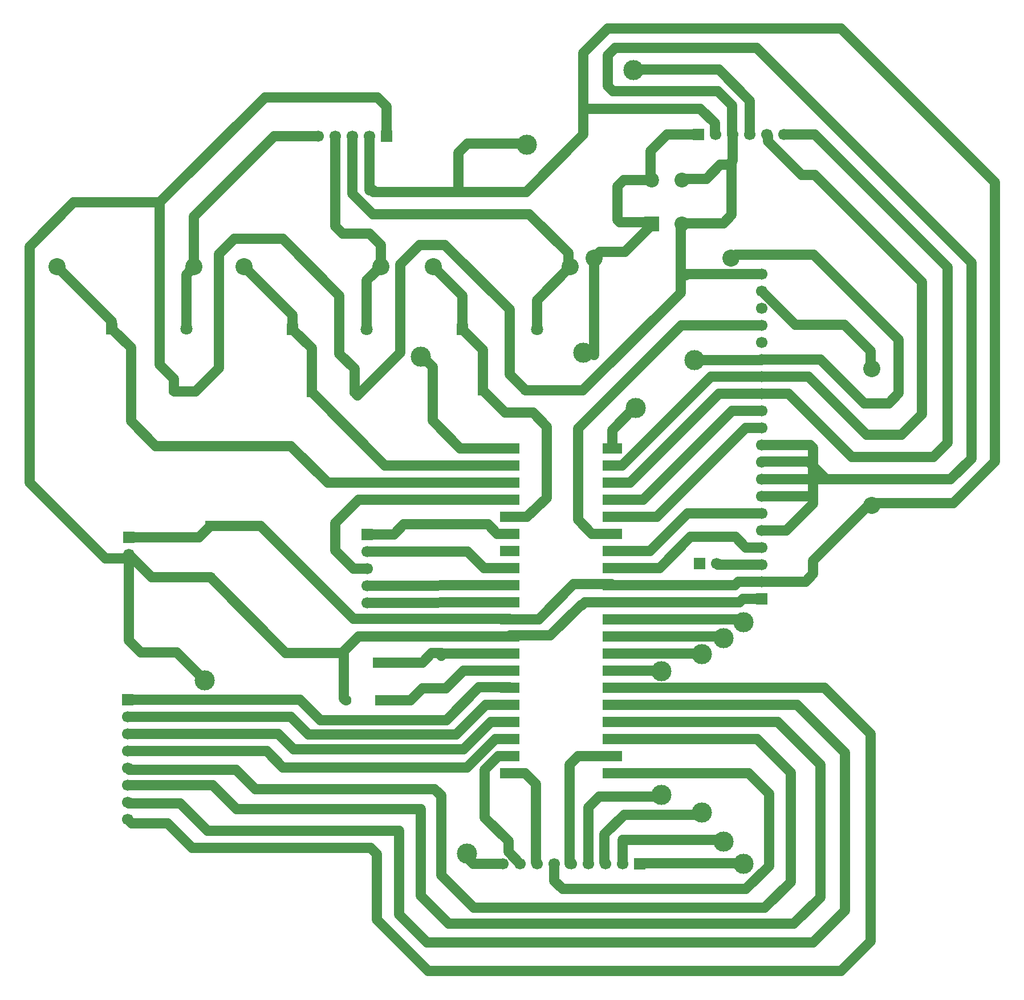
<source format=gbr>
G04 DipTrace 3.0.0.2*
G04 Top.gbr*
%MOMM*%
G04 #@! TF.FileFunction,Copper,L1,Top*
G04 #@! TF.Part,Single*
G04 #@! TA.AperFunction,Conductor*
%ADD14C,1.5*%
G04 #@! TA.AperFunction,ComponentPad*
%ADD15R,1.6X1.6*%
%ADD16C,1.6*%
%ADD17R,1.7X1.7*%
%ADD18C,1.7*%
%ADD19R,1.8X1.8*%
%ADD20C,1.8*%
%ADD21C,3.0*%
%ADD22C,2.54*%
%ADD23C,2.54*%
%ADD24R,2.2X2.2*%
%ADD25C,2.2*%
%ADD26R,3.0X1.5*%
%ADD27C,1.2192*%
%FSLAX35Y35*%
G04*
G71*
G90*
G75*
G01*
G04 Top*
%LPD*%
X1904900Y11815600D2*
D14*
X2717623Y11002877D1*
Y10895000D1*
X3000250Y10612373D1*
Y9975133D1*
X8620000Y8609600D2*
X8619133Y8608733D1*
X5921250D1*
X5376317Y9153667D1*
X3365377D1*
X3000250Y9518793D1*
Y9975133D1*
X8620000Y7339600D2*
X8242467D1*
X7993900Y7588167D1*
X6508623D1*
X10144000Y8101600D2*
X10807960D1*
X12130827Y9424467D1*
X12366500D1*
X10144000Y8355600D2*
X10601493D1*
X11924360Y9678467D1*
X12366500D1*
X10144000Y8609600D2*
X10406440D1*
X11729307Y9932467D1*
X12366500D1*
X12699877Y13783567D2*
X13150083D1*
X15128750Y11804900D1*
Y9202150D1*
X14915567Y8988967D1*
X13704473D1*
X12760977Y9932467D1*
X12366500D1*
X10144000Y8863600D2*
X10293973D1*
X11616840Y10186467D1*
X12366500D1*
X12445877Y13783567D2*
X12461750Y13767693D1*
Y13677833D1*
X12955850Y13183733D1*
X13153967D1*
X14747750Y11589950D1*
Y9623983D1*
X14442133Y9318367D1*
X13927267D1*
X13059167Y10186467D1*
X12366500D1*
X4675500Y11815600D2*
X5397373Y11093727D1*
Y10890133D1*
X5683123Y10604383D1*
Y9952767D1*
X6772290Y8863600D1*
X8620000D1*
X10144000Y7593600D2*
X10703883D1*
X11264750Y8154467D1*
X12366500D1*
X6508627Y7842167D2*
X6902517D1*
X7050950Y7990600D1*
X8298900D1*
X8441900Y7847600D1*
X8620000D1*
X10731373Y13105800D2*
X10715500D1*
Y13538167D1*
X10960900Y13783567D1*
X11429877D1*
X9874127Y11947467D2*
Y10503800D1*
X7302373D2*
X7477000Y10329173D1*
Y9529833D1*
X7889233Y9117600D1*
X8620000D1*
X7302373Y10481433D2*
Y10503800D1*
X9715373Y10540400D2*
Y10503800D1*
X9874127Y11947467D2*
X9961560Y12034900D1*
X10334500D1*
X10731373Y12431777D1*
Y12455800D1*
X10709007Y12478167D1*
X10255127D1*
X10223373Y12509917D1*
Y13012933D1*
X10316240Y13105800D1*
X10731373D1*
X6508623Y7334167D2*
X6301300D1*
X6032373Y7603093D1*
Y8006793D1*
X6381183Y8355600D1*
X8620000D1*
X8778750Y2945900D2*
X8604123Y3120527D1*
Y3284627D1*
X8254873Y3633877D1*
Y4342333D1*
X8458143Y4545600D1*
X8620000D1*
X10048750Y2945900D2*
X10032873Y2961777D1*
Y3380417D1*
X10326293Y3673833D1*
X11477500D1*
X11509250D1*
Y6069100D2*
X11521077Y6057273D1*
X11508750Y6069600D2*
X10144000D1*
X11477500Y6063000D2*
X11521077Y6057273D1*
X11477500Y3710433D2*
Y3673833D1*
X8620000Y5561600D2*
X8616767Y5564833D1*
X8168783D1*
X7680783Y5076833D1*
X5810127D1*
X5505123Y5381833D1*
X2952623D1*
X8620000Y5307600D2*
X8618967Y5308633D1*
X8270750D1*
X7827483Y4865367D1*
X5635500D1*
X5373033Y5127833D1*
X2952623D1*
X8620000Y5053600D2*
X8347223D1*
X7939390Y4645767D1*
X5415990D1*
X5187923Y4873833D1*
X2952623D1*
X8620000Y4799600D2*
X8618667Y4798267D1*
X8412543D1*
X7991643Y4377367D1*
X5255673D1*
X5013207Y4619833D1*
X2952623D1*
Y4365833D2*
X2975657Y4342800D1*
X4556000D1*
X4846767Y4052033D1*
X7508750D1*
X7604000Y3956783D1*
Y2777133D1*
X8087933Y2293200D1*
X12410750D1*
X12795123Y2677573D1*
Y4300027D1*
X12295550Y4799600D1*
X10144000D1*
X2952623Y4111833D2*
X4213660D1*
X4572360Y3753133D1*
X7302373D1*
Y2470103D1*
X7721243Y2051233D1*
X12843760D1*
X13239623Y2447100D1*
Y4419843D1*
X12605867Y5053600D1*
X10144000D1*
X2952623Y3857833D2*
X2971923Y3838533D1*
X3730500D1*
X4133100Y3435933D1*
X6984873D1*
Y2187470D1*
X7395610Y1776733D1*
X13127400D1*
X13604750Y2254083D1*
Y4592750D1*
X12889900Y5307600D1*
X10144000D1*
X2952623Y3603833D2*
X3008690Y3547767D1*
X3540000D1*
X3908033Y3179733D1*
X6556250D1*
X6651500Y3084483D1*
Y2112233D1*
X7414000Y1349733D1*
X13543043D1*
X13985750Y1792443D1*
Y4877810D1*
X13301960Y5561600D1*
X10144000D1*
X9524900Y11815600D2*
X9026500Y11317200D1*
Y10884033D1*
X6286373Y13755100D2*
Y12901793D1*
X6592067Y12596100D1*
X8913943D1*
X9493127Y12016917D1*
Y11815600D1*
X9524900D1*
X12366500Y11456467D2*
X12867767Y10955200D1*
X13597867D1*
X13985750Y10567317D1*
Y10304533D1*
X14001623D1*
X3936900Y11815600D2*
X3822623Y11701323D1*
Y10895000D1*
X5778373Y13755100D2*
X5129493D1*
X3936900Y12562510D1*
Y11815600D1*
X11699750Y7402967D2*
X11710250Y7392467D1*
X12366500D1*
X8620000Y5815600D2*
X7942350D1*
X7677350Y5550600D1*
X7604000D1*
X7331233D1*
X7152300Y5371667D1*
X6699127D1*
X9032750Y2945900D2*
X9016873Y2961773D1*
Y4131333D1*
X8856610Y4291600D1*
X8620000D1*
X9286750Y2945900D2*
Y2691733D1*
X9410783Y2567700D1*
X12133057D1*
X12477623Y2912267D1*
Y3983217D1*
X12169243Y4291600D1*
X10144000D1*
X9540750Y2945900D2*
X9509000D1*
Y4414360D1*
X9640240Y4545600D1*
X10144000D1*
X9794750Y2945900D2*
Y3779567D1*
X9957417Y3942233D1*
X10874250D1*
X10906000D1*
Y5814933D2*
X10905333Y5815600D1*
X10144000D1*
X10874250Y5806800D2*
X10905333Y5815600D1*
X10874250Y3968667D2*
Y3942233D1*
X8620000Y6069600D2*
X7604000D1*
Y6033200D1*
Y6073167D1*
X7467227D1*
X7330990Y5936933D1*
X6667377D1*
X10302750Y2945900D2*
Y3299700D1*
X11795000D1*
X11810873D1*
Y6323600D2*
X11795000D1*
X10144000D1*
X11795000Y6294800D2*
Y6323600D1*
Y3275300D2*
Y3299700D1*
X10556750Y2945900D2*
X10560817Y2949967D1*
X12096623D1*
Y6573367D2*
X12092393Y6577600D1*
X10144000D1*
X12096623Y6534733D2*
X12115943Y6554050D1*
X12092393Y6577600D1*
X12096623Y2941833D2*
Y2949967D1*
X6707500Y11815600D2*
X6502373Y11610473D1*
Y10890133D1*
X6032373Y13755100D2*
Y12420523D1*
X6143500Y12309400D1*
X6537243D1*
X6707500Y12139143D1*
Y11815600D1*
X12191877Y13783567D2*
Y14282213D1*
X11730790Y14743300D1*
X10570127D1*
X10462823Y9706417D2*
X10144000Y9387593D1*
Y9117600D1*
X10461500Y14735167D2*
X10570127Y14743300D1*
X10493250Y9714867D2*
X10462823Y9706417D1*
X10144000Y7847600D2*
X9845710D1*
X9636000Y8057310D1*
Y9409510D1*
X11174957Y10948467D1*
X12366500D1*
X10144000Y7339600D2*
X10847317D1*
X11311250Y7803533D1*
X11972907D1*
X12129973Y7646467D1*
X12366500D1*
X7492900Y11815600D2*
X7921500Y11387000D1*
Y10884033D1*
X8223123Y10582410D1*
Y9977167D1*
X8554557Y9645733D1*
X8967423D1*
X9175623Y9437533D1*
Y8377707D1*
X8881093Y8101600D1*
X8620000D1*
X6508627Y6826167D2*
X8620000Y6831600D1*
X10144000Y7085600D2*
X10131633Y7097967D1*
X9572500D1*
X9052133Y6577600D1*
X8620000D1*
X14001623Y8272533D2*
X13949640D1*
X13128500Y7451393D1*
Y7252517D1*
X13014450Y7138467D1*
X12366500D1*
X12017943D1*
X11965077Y7085600D1*
X10144000D1*
X8620000Y6577600D2*
X8616100Y6581500D1*
X6302250D1*
X4921617Y7962133D1*
X4175000D1*
X4006233Y7793367D1*
X2968500D1*
X6540373Y13755100D2*
Y12949900D1*
X6603873D1*
Y12929567D1*
X7860600D1*
X8865927D1*
X9715373Y13779017D1*
Y14163800D1*
X11454743D1*
X11668000Y13950543D1*
Y13783567D1*
X11683877D1*
X12366500Y10440467D2*
X13234273D1*
X13886673Y9788067D1*
X14252417D1*
X14398500Y9934150D1*
Y10737500D1*
X13137700Y11998300D1*
X11985817D1*
X11934983Y11947467D1*
X11906123D1*
X14001623Y8272533D2*
X13972457Y8301700D1*
X15208743D1*
X15827250Y8920210D1*
Y13072867D1*
X13546817Y15353300D1*
X10080350D1*
X9715373Y14988327D1*
Y14163800D1*
X12366500Y10440467D2*
X12358667Y10432633D1*
X11382250D1*
X8905750Y13649367D2*
X8874000D1*
X8000873D1*
X7860600Y13509090D1*
Y12929567D1*
X8874000Y13627000D2*
Y13649367D1*
X11366373Y10432633D2*
X11382250D1*
X6508627Y7080167D2*
X8620000Y7085600D1*
Y6323600D2*
X8631867Y6335467D1*
X9223250D1*
X9678717Y6790933D1*
X9699500D1*
X9740167Y6831600D1*
X10144000D1*
X6191127Y5371667D2*
X6159377Y5403417D1*
Y5936933D1*
Y6101483D1*
X6381493Y6323600D1*
X8620000D1*
X12366500Y11710467D2*
X11239373D1*
Y11691267D1*
X11160000D1*
Y11430950D1*
X9706217Y9977167D1*
X8858123D1*
X12366500Y6884467D2*
X12085600D1*
X12032733Y6831600D1*
X10144000D1*
X2968500Y7539367D2*
X3307733Y7200133D1*
X4175000D1*
X5299933Y6075200D1*
X6159377D1*
Y5936933D1*
X2968500Y7539367D2*
X2911400Y7482267D1*
X2620140D1*
X1492123Y8610283D1*
Y12115463D1*
X2147627Y12770967D1*
X3428873D1*
Y10359827D1*
X3635250Y10153450D1*
Y9975133D1*
X3645417Y9964967D1*
X3960717D1*
X4302000Y10306250D1*
Y12004250D1*
X4531917Y12234167D1*
X5250750D1*
X6095873Y11389043D1*
Y10520070D1*
X6318123Y10297820D1*
Y9952767D1*
X6366253Y9904637D1*
X7000750Y10539133D1*
Y11853783D1*
X7289633Y12142667D1*
X7657693D1*
X8620000Y11180360D1*
Y10215290D1*
X8858123Y9977167D1*
X6794373Y13755100D2*
Y14197433D1*
X6657207Y14334600D1*
X4992507D1*
X3428873Y12770967D1*
X11181373Y12455787D2*
X11160000Y12434413D1*
Y11691267D1*
X11181373Y13105813D2*
X11194230Y13118667D1*
X11541000D1*
X11752467Y13330133D1*
X11874373D1*
X11920703Y13376460D1*
X11937877Y13393637D1*
Y13783567D1*
X11181373Y12455787D2*
X11187490Y12461900D1*
X11795000D1*
X11920703Y12587603D1*
Y13376460D1*
X11937877Y13783567D2*
X11922000Y13799443D1*
Y14214633D1*
X11712567Y14424067D1*
X10158627D1*
X10080500Y14502193D1*
Y14954767D1*
X10194367Y15068633D1*
X12287127D1*
X15478000Y11877760D1*
Y8966600D1*
X15168933Y8657533D1*
X13319317D1*
X13128500D1*
Y9126377D1*
X13084410Y9170467D1*
X12366500D1*
Y8916467D2*
X12369867Y8919833D1*
X13057017D1*
X13319317Y8657533D1*
X12366500Y8662467D2*
X12361567Y8657533D1*
X13128500D1*
X12366500Y8408467D2*
X12359367Y8401333D1*
X13128500D1*
Y8657533D1*
X12366500Y7900467D2*
X12367867Y7899100D1*
X12731627D1*
X13128500Y8295977D1*
Y8401333D1*
X8524750Y2945900D2*
X8522717Y2947933D1*
X8080250D1*
X7969127Y3059060D1*
Y3147200D1*
X4063873Y5701067D2*
X3675507Y6089433D1*
X3143127D1*
X2968500Y6264060D1*
Y7539367D1*
X4095623Y5666500D2*
X4097033Y5667910D1*
X7985000Y3098400D2*
X7969127Y3059060D1*
D15*
X4175000Y7962133D3*
D16*
Y7200133D3*
X6159377Y5936933D3*
D15*
X6667377D3*
D16*
X6191127Y5371667D3*
D15*
X6699127D3*
D16*
X8858123Y9977167D3*
D15*
X8223123D3*
D16*
X6318123Y9952767D3*
D15*
X5683123D3*
D16*
X3635250Y9975133D3*
D15*
X3000250D3*
D17*
X10556750Y2945900D3*
D18*
X10302750D3*
X10048750D3*
X9794750D3*
X9540750D3*
X9286750D3*
X9032750D3*
X8778750D3*
X8524750D3*
D19*
X7921500Y10884033D3*
D20*
X9026500D3*
D19*
X5397373Y10890133D3*
D20*
X6502373D3*
D19*
X2717623Y10895000D3*
D20*
X3822623D3*
D17*
X6794373Y13755100D3*
D18*
X6540373D3*
X6286373D3*
X6032373D3*
X5778373D3*
D17*
X2952623Y5381833D3*
D18*
Y5127833D3*
Y4873833D3*
Y4619833D3*
Y4365833D3*
Y4111833D3*
Y3857833D3*
Y3603833D3*
D17*
X12366500Y6884467D3*
D18*
Y7138467D3*
Y7392467D3*
Y7646467D3*
Y7900467D3*
Y8154467D3*
Y8408467D3*
Y8662467D3*
Y8916467D3*
Y9170467D3*
Y9424467D3*
Y9678467D3*
Y9932467D3*
Y10186467D3*
Y10440467D3*
Y10694467D3*
Y10948467D3*
Y11202467D3*
Y11456467D3*
Y11710467D3*
D17*
X6508623Y7842167D3*
D18*
Y7588167D3*
Y7334167D3*
Y7080167D3*
Y6826167D3*
D21*
X10461500Y14735167D3*
X10493250Y9714867D3*
X7302373Y10481433D3*
X9715373Y10540400D3*
X12096623Y6534733D3*
X11795000Y6294800D3*
X11477500Y6063000D3*
X10874250Y5806800D3*
X12096623Y2941833D3*
X11795000Y3275300D3*
X11477500Y3710433D3*
X10874250Y3968667D3*
X4095623Y5666500D3*
X7985000Y3098400D3*
D17*
X2968500Y7793367D3*
D18*
Y7539367D3*
D17*
X11429877Y13783567D3*
D18*
X11683877D3*
X11937877D3*
X12191877D3*
X12445877D3*
X12699877D3*
D22*
X11906127Y11947467D3*
D23*
X9874127D3*
D22*
X14001623Y10304533D3*
D23*
Y8272533D3*
D22*
X7492900Y11815600D3*
D23*
X9524900D3*
D22*
X4675500D3*
D23*
X6707500D3*
D22*
X1904900D3*
D23*
X3936900D3*
D24*
X10731373Y12455800D3*
D25*
X11181373Y12455787D3*
Y13105813D3*
X10731373Y13105800D3*
D26*
X8620000Y9117600D3*
Y8863600D3*
Y8609600D3*
Y8355600D3*
Y8101600D3*
Y7847600D3*
Y7593600D3*
Y7339600D3*
Y7085600D3*
Y6831600D3*
Y6577600D3*
Y6323600D3*
Y6069600D3*
Y5815600D3*
Y5561600D3*
Y5307600D3*
Y5053600D3*
Y4799600D3*
Y4545600D3*
Y4291600D3*
X10144000D3*
Y4545600D3*
Y4799600D3*
Y5053600D3*
Y5307600D3*
Y5561600D3*
Y5815600D3*
Y6069600D3*
Y6323600D3*
Y6577600D3*
Y6831600D3*
Y7085600D3*
Y7339600D3*
Y7593600D3*
Y7847600D3*
Y8101600D3*
Y8355600D3*
Y8609600D3*
Y8863600D3*
Y9117600D3*
D17*
X11445750Y7402967D3*
D18*
X11699750D3*
D27*
X7604000Y5550600D3*
Y6033200D3*
D21*
X8874000Y13627000D3*
X11366373Y10432633D3*
M02*

</source>
